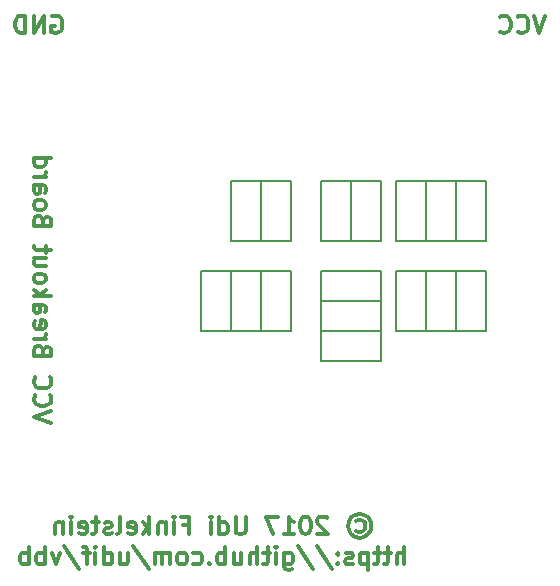
<source format=gbo>
G04 #@! TF.GenerationSoftware,KiCad,Pcbnew,(2017-04-12 revision 02abf1804)-makepkg*
G04 #@! TF.CreationDate,2017-04-21T09:09:19+03:00*
G04 #@! TF.ProjectId,vbb,7662622E6B696361645F706362000000,rev?*
G04 #@! TF.FileFunction,Legend,Bot*
G04 #@! TF.FilePolarity,Positive*
%FSLAX46Y46*%
G04 Gerber Fmt 4.6, Leading zero omitted, Abs format (unit mm)*
G04 Created by KiCad (PCBNEW (2017-04-12 revision 02abf1804)-makepkg) date 04/21/17 09:09:19*
%MOMM*%
%LPD*%
G01*
G04 APERTURE LIST*
%ADD10C,0.100000*%
%ADD11C,0.300000*%
%ADD12C,0.200000*%
G04 APERTURE END LIST*
D10*
D11*
X3936857Y48248000D02*
X4079714Y48319429D01*
X4294000Y48319429D01*
X4508285Y48248000D01*
X4651142Y48105143D01*
X4722571Y47962286D01*
X4794000Y47676572D01*
X4794000Y47462286D01*
X4722571Y47176572D01*
X4651142Y47033715D01*
X4508285Y46890858D01*
X4294000Y46819429D01*
X4151142Y46819429D01*
X3936857Y46890858D01*
X3865428Y46962286D01*
X3865428Y47462286D01*
X4151142Y47462286D01*
X3222571Y46819429D02*
X3222571Y48319429D01*
X2365428Y46819429D01*
X2365428Y48319429D01*
X1651142Y46819429D02*
X1651142Y48319429D01*
X1294000Y48319429D01*
X1079714Y48248000D01*
X936857Y48105143D01*
X865428Y47962286D01*
X794000Y47676572D01*
X794000Y47462286D01*
X865428Y47176572D01*
X936857Y47033715D01*
X1079714Y46890858D01*
X1294000Y46819429D01*
X1651142Y46819429D01*
X45688000Y48319429D02*
X45188000Y46819429D01*
X44688000Y48319429D01*
X43330857Y46962286D02*
X43402285Y46890858D01*
X43616571Y46819429D01*
X43759428Y46819429D01*
X43973714Y46890858D01*
X44116571Y47033715D01*
X44188000Y47176572D01*
X44259428Y47462286D01*
X44259428Y47676572D01*
X44188000Y47962286D01*
X44116571Y48105143D01*
X43973714Y48248000D01*
X43759428Y48319429D01*
X43616571Y48319429D01*
X43402285Y48248000D01*
X43330857Y48176572D01*
X41830857Y46962286D02*
X41902285Y46890858D01*
X42116571Y46819429D01*
X42259428Y46819429D01*
X42473714Y46890858D01*
X42616571Y47033715D01*
X42688000Y47176572D01*
X42759428Y47462286D01*
X42759428Y47676572D01*
X42688000Y47962286D01*
X42616571Y48105143D01*
X42473714Y48248000D01*
X42259428Y48319429D01*
X42116571Y48319429D01*
X41902285Y48248000D01*
X41830857Y48176572D01*
D12*
X38100000Y29210000D02*
X38100000Y29210000D01*
X38100000Y34290000D02*
X38100000Y29210000D01*
X35560000Y29210000D02*
X35560000Y29210000D01*
X35560000Y34290000D02*
X35560000Y29210000D01*
X33020000Y34290000D02*
X33020000Y34290000D01*
X33020000Y29210000D02*
X33020000Y34290000D01*
X40640000Y29210000D02*
X33020000Y29210000D01*
X40640000Y34290000D02*
X40640000Y29210000D01*
X33020000Y34290000D02*
X40640000Y34290000D01*
X38100000Y21590000D02*
X38100000Y21590000D01*
X38100000Y26670000D02*
X38100000Y21590000D01*
X35560000Y21590000D02*
X35560000Y21590000D01*
X35560000Y26670000D02*
X35560000Y21590000D01*
X33020000Y26670000D02*
X33020000Y26670000D01*
X33020000Y21590000D02*
X33020000Y26670000D01*
X40640000Y21590000D02*
X33020000Y21590000D01*
X40640000Y26670000D02*
X40640000Y21590000D01*
X33020000Y26670000D02*
X40640000Y26670000D01*
X26670000Y21590000D02*
X26670000Y21590000D01*
X31750000Y21590000D02*
X26670000Y21590000D01*
X31750000Y24130000D02*
X31750000Y24130000D01*
X26670000Y24130000D02*
X31750000Y24130000D01*
X26670000Y26670000D02*
X26670000Y26670000D01*
X26670000Y19050000D02*
X26670000Y26670000D01*
X31750000Y19050000D02*
X26670000Y19050000D01*
X31750000Y26670000D02*
X31750000Y19050000D01*
X26670000Y26670000D02*
X31750000Y26670000D01*
X29210000Y29210000D02*
X29210000Y29210000D01*
X29210000Y34290000D02*
X29210000Y29210000D01*
X26670000Y34290000D02*
X29210000Y34290000D01*
X26670000Y34290000D02*
X26670000Y34290000D01*
X26670000Y29210000D02*
X26670000Y34290000D01*
X31750000Y29210000D02*
X26670000Y29210000D01*
X31750000Y34290000D02*
X31750000Y29210000D01*
X26670000Y34290000D02*
X31750000Y34290000D01*
X21590000Y29210000D02*
X21590000Y29210000D01*
X21590000Y34290000D02*
X21590000Y29210000D01*
X19050000Y34290000D02*
X19050000Y34290000D01*
X19050000Y29210000D02*
X19050000Y34290000D01*
X24130000Y29210000D02*
X19050000Y29210000D01*
X24130000Y34290000D02*
X24130000Y29210000D01*
X19050000Y34290000D02*
X24130000Y34290000D01*
X21590000Y21590000D02*
X21590000Y21590000D01*
X21590000Y26670000D02*
X21590000Y21590000D01*
X19050000Y21590000D02*
X19050000Y21590000D01*
X19050000Y26670000D02*
X19050000Y21590000D01*
X16510000Y26670000D02*
X16510000Y26670000D01*
X24130000Y26670000D02*
X16510000Y26670000D01*
X24130000Y21590000D02*
X24130000Y26670000D01*
X16510000Y21590000D02*
X24130000Y21590000D01*
X16510000Y26670000D02*
X16510000Y21590000D01*
X16510000Y26670000D02*
X16510000Y26670000D01*
D11*
X29668857Y5549286D02*
X29811714Y5620715D01*
X30097428Y5620715D01*
X30240285Y5549286D01*
X30383142Y5406429D01*
X30454571Y5263572D01*
X30454571Y4977858D01*
X30383142Y4835000D01*
X30240285Y4692143D01*
X30097428Y4620715D01*
X29811714Y4620715D01*
X29668857Y4692143D01*
X29954571Y6120715D02*
X30311714Y6049286D01*
X30668857Y5835000D01*
X30883142Y5477858D01*
X30954571Y5120715D01*
X30883142Y4763572D01*
X30668857Y4406429D01*
X30311714Y4192143D01*
X29954571Y4120715D01*
X29597428Y4192143D01*
X29240285Y4406429D01*
X29026000Y4763572D01*
X28954571Y5120715D01*
X29026000Y5477858D01*
X29240285Y5835000D01*
X29597428Y6049286D01*
X29954571Y6120715D01*
X27240285Y5763572D02*
X27168857Y5835000D01*
X27026000Y5906429D01*
X26668857Y5906429D01*
X26526000Y5835000D01*
X26454571Y5763572D01*
X26383142Y5620715D01*
X26383142Y5477858D01*
X26454571Y5263572D01*
X27311714Y4406429D01*
X26383142Y4406429D01*
X25454571Y5906429D02*
X25311714Y5906429D01*
X25168857Y5835000D01*
X25097428Y5763572D01*
X25026000Y5620715D01*
X24954571Y5335000D01*
X24954571Y4977858D01*
X25026000Y4692143D01*
X25097428Y4549286D01*
X25168857Y4477858D01*
X25311714Y4406429D01*
X25454571Y4406429D01*
X25597428Y4477858D01*
X25668857Y4549286D01*
X25740285Y4692143D01*
X25811714Y4977858D01*
X25811714Y5335000D01*
X25740285Y5620715D01*
X25668857Y5763572D01*
X25597428Y5835000D01*
X25454571Y5906429D01*
X23526000Y4406429D02*
X24383142Y4406429D01*
X23954571Y4406429D02*
X23954571Y5906429D01*
X24097428Y5692143D01*
X24240285Y5549286D01*
X24383142Y5477858D01*
X23026000Y5906429D02*
X22026000Y5906429D01*
X22668857Y4406429D01*
X20311714Y5906429D02*
X20311714Y4692143D01*
X20240285Y4549286D01*
X20168857Y4477858D01*
X20026000Y4406429D01*
X19740285Y4406429D01*
X19597428Y4477858D01*
X19526000Y4549286D01*
X19454571Y4692143D01*
X19454571Y5906429D01*
X18097428Y4406429D02*
X18097428Y5906429D01*
X18097428Y4477858D02*
X18240285Y4406429D01*
X18526000Y4406429D01*
X18668857Y4477858D01*
X18740285Y4549286D01*
X18811714Y4692143D01*
X18811714Y5120715D01*
X18740285Y5263572D01*
X18668857Y5335000D01*
X18526000Y5406429D01*
X18240285Y5406429D01*
X18097428Y5335000D01*
X17383142Y4406429D02*
X17383142Y5406429D01*
X17383142Y5906429D02*
X17454571Y5835000D01*
X17383142Y5763572D01*
X17311714Y5835000D01*
X17383142Y5906429D01*
X17383142Y5763572D01*
X15026000Y5192143D02*
X15526000Y5192143D01*
X15526000Y4406429D02*
X15526000Y5906429D01*
X14811714Y5906429D01*
X14240285Y4406429D02*
X14240285Y5406429D01*
X14240285Y5906429D02*
X14311714Y5835000D01*
X14240285Y5763572D01*
X14168857Y5835000D01*
X14240285Y5906429D01*
X14240285Y5763572D01*
X13526000Y5406429D02*
X13526000Y4406429D01*
X13526000Y5263572D02*
X13454571Y5335000D01*
X13311714Y5406429D01*
X13097428Y5406429D01*
X12954571Y5335000D01*
X12883142Y5192143D01*
X12883142Y4406429D01*
X12168857Y4406429D02*
X12168857Y5906429D01*
X12026000Y4977858D02*
X11597428Y4406429D01*
X11597428Y5406429D02*
X12168857Y4835000D01*
X10383142Y4477858D02*
X10526000Y4406429D01*
X10811714Y4406429D01*
X10954571Y4477858D01*
X11026000Y4620715D01*
X11026000Y5192143D01*
X10954571Y5335000D01*
X10811714Y5406429D01*
X10526000Y5406429D01*
X10383142Y5335000D01*
X10311714Y5192143D01*
X10311714Y5049286D01*
X11026000Y4906429D01*
X9454571Y4406429D02*
X9597428Y4477858D01*
X9668857Y4620715D01*
X9668857Y5906429D01*
X8954571Y4477858D02*
X8811714Y4406429D01*
X8526000Y4406429D01*
X8383142Y4477858D01*
X8311714Y4620715D01*
X8311714Y4692143D01*
X8383142Y4835000D01*
X8526000Y4906429D01*
X8740285Y4906429D01*
X8883142Y4977858D01*
X8954571Y5120715D01*
X8954571Y5192143D01*
X8883142Y5335000D01*
X8740285Y5406429D01*
X8526000Y5406429D01*
X8383142Y5335000D01*
X7883142Y5406429D02*
X7311714Y5406429D01*
X7668857Y5906429D02*
X7668857Y4620715D01*
X7597428Y4477858D01*
X7454571Y4406429D01*
X7311714Y4406429D01*
X6240285Y4477858D02*
X6383142Y4406429D01*
X6668857Y4406429D01*
X6811714Y4477858D01*
X6883142Y4620715D01*
X6883142Y5192143D01*
X6811714Y5335000D01*
X6668857Y5406429D01*
X6383142Y5406429D01*
X6240285Y5335000D01*
X6168857Y5192143D01*
X6168857Y5049286D01*
X6883142Y4906429D01*
X5526000Y4406429D02*
X5526000Y5406429D01*
X5526000Y5906429D02*
X5597428Y5835000D01*
X5526000Y5763572D01*
X5454571Y5835000D01*
X5526000Y5906429D01*
X5526000Y5763572D01*
X4811714Y5406429D02*
X4811714Y4406429D01*
X4811714Y5263572D02*
X4740285Y5335000D01*
X4597428Y5406429D01*
X4383142Y5406429D01*
X4240285Y5335000D01*
X4168857Y5192143D01*
X4168857Y4406429D01*
X33740285Y1856429D02*
X33740285Y3356429D01*
X33097428Y1856429D02*
X33097428Y2642143D01*
X33168857Y2785000D01*
X33311714Y2856429D01*
X33526000Y2856429D01*
X33668857Y2785000D01*
X33740285Y2713572D01*
X32597428Y2856429D02*
X32026000Y2856429D01*
X32383142Y3356429D02*
X32383142Y2070715D01*
X32311714Y1927858D01*
X32168857Y1856429D01*
X32026000Y1856429D01*
X31740285Y2856429D02*
X31168857Y2856429D01*
X31526000Y3356429D02*
X31526000Y2070715D01*
X31454571Y1927858D01*
X31311714Y1856429D01*
X31168857Y1856429D01*
X30668857Y2856429D02*
X30668857Y1356429D01*
X30668857Y2785000D02*
X30526000Y2856429D01*
X30240285Y2856429D01*
X30097428Y2785000D01*
X30026000Y2713572D01*
X29954571Y2570715D01*
X29954571Y2142143D01*
X30026000Y1999286D01*
X30097428Y1927858D01*
X30240285Y1856429D01*
X30526000Y1856429D01*
X30668857Y1927858D01*
X29383142Y1927858D02*
X29240285Y1856429D01*
X28954571Y1856429D01*
X28811714Y1927858D01*
X28740285Y2070715D01*
X28740285Y2142143D01*
X28811714Y2285000D01*
X28954571Y2356429D01*
X29168857Y2356429D01*
X29311714Y2427858D01*
X29383142Y2570715D01*
X29383142Y2642143D01*
X29311714Y2785000D01*
X29168857Y2856429D01*
X28954571Y2856429D01*
X28811714Y2785000D01*
X28097428Y1999286D02*
X28026000Y1927858D01*
X28097428Y1856429D01*
X28168857Y1927858D01*
X28097428Y1999286D01*
X28097428Y1856429D01*
X28097428Y2785000D02*
X28026000Y2713572D01*
X28097428Y2642143D01*
X28168857Y2713572D01*
X28097428Y2785000D01*
X28097428Y2642143D01*
X26311714Y3427858D02*
X27597428Y1499286D01*
X24740285Y3427858D02*
X26026000Y1499286D01*
X23597428Y2856429D02*
X23597428Y1642143D01*
X23668857Y1499286D01*
X23740285Y1427858D01*
X23883142Y1356429D01*
X24097428Y1356429D01*
X24240285Y1427858D01*
X23597428Y1927858D02*
X23740285Y1856429D01*
X24026000Y1856429D01*
X24168857Y1927858D01*
X24240285Y1999286D01*
X24311714Y2142143D01*
X24311714Y2570715D01*
X24240285Y2713572D01*
X24168857Y2785000D01*
X24026000Y2856429D01*
X23740285Y2856429D01*
X23597428Y2785000D01*
X22883142Y1856429D02*
X22883142Y2856429D01*
X22883142Y3356429D02*
X22954571Y3285000D01*
X22883142Y3213572D01*
X22811714Y3285000D01*
X22883142Y3356429D01*
X22883142Y3213572D01*
X22383142Y2856429D02*
X21811714Y2856429D01*
X22168857Y3356429D02*
X22168857Y2070715D01*
X22097428Y1927858D01*
X21954571Y1856429D01*
X21811714Y1856429D01*
X21311714Y1856429D02*
X21311714Y3356429D01*
X20668857Y1856429D02*
X20668857Y2642143D01*
X20740285Y2785000D01*
X20883142Y2856429D01*
X21097428Y2856429D01*
X21240285Y2785000D01*
X21311714Y2713572D01*
X19311714Y2856429D02*
X19311714Y1856429D01*
X19954571Y2856429D02*
X19954571Y2070715D01*
X19883142Y1927858D01*
X19740285Y1856429D01*
X19526000Y1856429D01*
X19383142Y1927858D01*
X19311714Y1999286D01*
X18597428Y1856429D02*
X18597428Y3356429D01*
X18597428Y2785000D02*
X18454571Y2856429D01*
X18168857Y2856429D01*
X18026000Y2785000D01*
X17954571Y2713572D01*
X17883142Y2570715D01*
X17883142Y2142143D01*
X17954571Y1999286D01*
X18026000Y1927858D01*
X18168857Y1856429D01*
X18454571Y1856429D01*
X18597428Y1927858D01*
X17240285Y1999286D02*
X17168857Y1927858D01*
X17240285Y1856429D01*
X17311714Y1927858D01*
X17240285Y1999286D01*
X17240285Y1856429D01*
X15883142Y1927858D02*
X16026000Y1856429D01*
X16311714Y1856429D01*
X16454571Y1927858D01*
X16526000Y1999286D01*
X16597428Y2142143D01*
X16597428Y2570715D01*
X16526000Y2713572D01*
X16454571Y2785000D01*
X16311714Y2856429D01*
X16026000Y2856429D01*
X15883142Y2785000D01*
X15026000Y1856429D02*
X15168857Y1927858D01*
X15240285Y1999286D01*
X15311714Y2142143D01*
X15311714Y2570715D01*
X15240285Y2713572D01*
X15168857Y2785000D01*
X15026000Y2856429D01*
X14811714Y2856429D01*
X14668857Y2785000D01*
X14597428Y2713572D01*
X14526000Y2570715D01*
X14526000Y2142143D01*
X14597428Y1999286D01*
X14668857Y1927858D01*
X14811714Y1856429D01*
X15026000Y1856429D01*
X13883142Y1856429D02*
X13883142Y2856429D01*
X13883142Y2713572D02*
X13811714Y2785000D01*
X13668857Y2856429D01*
X13454571Y2856429D01*
X13311714Y2785000D01*
X13240285Y2642143D01*
X13240285Y1856429D01*
X13240285Y2642143D02*
X13168857Y2785000D01*
X13026000Y2856429D01*
X12811714Y2856429D01*
X12668857Y2785000D01*
X12597428Y2642143D01*
X12597428Y1856429D01*
X10811714Y3427858D02*
X12097428Y1499286D01*
X9668857Y2856429D02*
X9668857Y1856429D01*
X10311714Y2856429D02*
X10311714Y2070715D01*
X10240285Y1927858D01*
X10097428Y1856429D01*
X9883142Y1856429D01*
X9740285Y1927858D01*
X9668857Y1999286D01*
X8311714Y1856429D02*
X8311714Y3356429D01*
X8311714Y1927858D02*
X8454571Y1856429D01*
X8740285Y1856429D01*
X8883142Y1927858D01*
X8954571Y1999286D01*
X9026000Y2142143D01*
X9026000Y2570715D01*
X8954571Y2713572D01*
X8883142Y2785000D01*
X8740285Y2856429D01*
X8454571Y2856429D01*
X8311714Y2785000D01*
X7597428Y1856429D02*
X7597428Y2856429D01*
X7597428Y3356429D02*
X7668857Y3285000D01*
X7597428Y3213572D01*
X7526000Y3285000D01*
X7597428Y3356429D01*
X7597428Y3213572D01*
X7097428Y2856429D02*
X6526000Y2856429D01*
X6883142Y1856429D02*
X6883142Y3142143D01*
X6811714Y3285000D01*
X6668857Y3356429D01*
X6526000Y3356429D01*
X4954571Y3427858D02*
X6240285Y1499286D01*
X4597428Y2856429D02*
X4240285Y1856429D01*
X3883142Y2856429D01*
X3311714Y1856429D02*
X3311714Y3356429D01*
X3311714Y2785000D02*
X3168857Y2856429D01*
X2883142Y2856429D01*
X2740285Y2785000D01*
X2668857Y2713572D01*
X2597428Y2570715D01*
X2597428Y2142143D01*
X2668857Y1999286D01*
X2740285Y1927858D01*
X2883142Y1856429D01*
X3168857Y1856429D01*
X3311714Y1927858D01*
X1954571Y1856429D02*
X1954571Y3356429D01*
X1954571Y2785000D02*
X1811714Y2856429D01*
X1526000Y2856429D01*
X1383142Y2785000D01*
X1311714Y2713572D01*
X1240285Y2570715D01*
X1240285Y2142143D01*
X1311714Y1999286D01*
X1383142Y1927858D01*
X1526000Y1856429D01*
X1811714Y1856429D01*
X1954571Y1927858D01*
X3869428Y13824572D02*
X2369428Y14324572D01*
X3869428Y14824572D01*
X2512285Y16181715D02*
X2440857Y16110286D01*
X2369428Y15896000D01*
X2369428Y15753143D01*
X2440857Y15538858D01*
X2583714Y15396000D01*
X2726571Y15324572D01*
X3012285Y15253143D01*
X3226571Y15253143D01*
X3512285Y15324572D01*
X3655142Y15396000D01*
X3798000Y15538858D01*
X3869428Y15753143D01*
X3869428Y15896000D01*
X3798000Y16110286D01*
X3726571Y16181715D01*
X2512285Y17681715D02*
X2440857Y17610286D01*
X2369428Y17396000D01*
X2369428Y17253143D01*
X2440857Y17038858D01*
X2583714Y16896000D01*
X2726571Y16824572D01*
X3012285Y16753143D01*
X3226571Y16753143D01*
X3512285Y16824572D01*
X3655142Y16896000D01*
X3798000Y17038858D01*
X3869428Y17253143D01*
X3869428Y17396000D01*
X3798000Y17610286D01*
X3726571Y17681715D01*
X3155142Y19967429D02*
X3083714Y20181715D01*
X3012285Y20253143D01*
X2869428Y20324572D01*
X2655142Y20324572D01*
X2512285Y20253143D01*
X2440857Y20181715D01*
X2369428Y20038858D01*
X2369428Y19467429D01*
X3869428Y19467429D01*
X3869428Y19967429D01*
X3798000Y20110286D01*
X3726571Y20181715D01*
X3583714Y20253143D01*
X3440857Y20253143D01*
X3298000Y20181715D01*
X3226571Y20110286D01*
X3155142Y19967429D01*
X3155142Y19467429D01*
X2369428Y20967429D02*
X3369428Y20967429D01*
X3083714Y20967429D02*
X3226571Y21038858D01*
X3298000Y21110286D01*
X3369428Y21253143D01*
X3369428Y21396000D01*
X2440857Y22467429D02*
X2369428Y22324572D01*
X2369428Y22038858D01*
X2440857Y21896000D01*
X2583714Y21824572D01*
X3155142Y21824572D01*
X3298000Y21896000D01*
X3369428Y22038858D01*
X3369428Y22324572D01*
X3298000Y22467429D01*
X3155142Y22538858D01*
X3012285Y22538858D01*
X2869428Y21824572D01*
X2369428Y23824572D02*
X3155142Y23824572D01*
X3298000Y23753143D01*
X3369428Y23610286D01*
X3369428Y23324572D01*
X3298000Y23181715D01*
X2440857Y23824572D02*
X2369428Y23681715D01*
X2369428Y23324572D01*
X2440857Y23181715D01*
X2583714Y23110286D01*
X2726571Y23110286D01*
X2869428Y23181715D01*
X2940857Y23324572D01*
X2940857Y23681715D01*
X3012285Y23824572D01*
X2369428Y24538858D02*
X3869428Y24538858D01*
X2940857Y24681715D02*
X2369428Y25110286D01*
X3369428Y25110286D02*
X2798000Y24538858D01*
X2369428Y25967429D02*
X2440857Y25824572D01*
X2512285Y25753143D01*
X2655142Y25681715D01*
X3083714Y25681715D01*
X3226571Y25753143D01*
X3298000Y25824572D01*
X3369428Y25967429D01*
X3369428Y26181715D01*
X3298000Y26324572D01*
X3226571Y26396000D01*
X3083714Y26467429D01*
X2655142Y26467429D01*
X2512285Y26396000D01*
X2440857Y26324572D01*
X2369428Y26181715D01*
X2369428Y25967429D01*
X3369428Y27753143D02*
X2369428Y27753143D01*
X3369428Y27110286D02*
X2583714Y27110286D01*
X2440857Y27181715D01*
X2369428Y27324572D01*
X2369428Y27538858D01*
X2440857Y27681715D01*
X2512285Y27753143D01*
X3369428Y28253143D02*
X3369428Y28824572D01*
X3869428Y28467429D02*
X2583714Y28467429D01*
X2440857Y28538858D01*
X2369428Y28681715D01*
X2369428Y28824572D01*
X3155142Y30967429D02*
X3083714Y31181715D01*
X3012285Y31253143D01*
X2869428Y31324572D01*
X2655142Y31324572D01*
X2512285Y31253143D01*
X2440857Y31181715D01*
X2369428Y31038858D01*
X2369428Y30467429D01*
X3869428Y30467429D01*
X3869428Y30967429D01*
X3798000Y31110286D01*
X3726571Y31181715D01*
X3583714Y31253143D01*
X3440857Y31253143D01*
X3298000Y31181715D01*
X3226571Y31110286D01*
X3155142Y30967429D01*
X3155142Y30467429D01*
X2369428Y32181715D02*
X2440857Y32038858D01*
X2512285Y31967429D01*
X2655142Y31896000D01*
X3083714Y31896000D01*
X3226571Y31967429D01*
X3298000Y32038858D01*
X3369428Y32181715D01*
X3369428Y32396000D01*
X3298000Y32538858D01*
X3226571Y32610286D01*
X3083714Y32681715D01*
X2655142Y32681715D01*
X2512285Y32610286D01*
X2440857Y32538858D01*
X2369428Y32396000D01*
X2369428Y32181715D01*
X2369428Y33967429D02*
X3155142Y33967429D01*
X3298000Y33896000D01*
X3369428Y33753143D01*
X3369428Y33467429D01*
X3298000Y33324572D01*
X2440857Y33967429D02*
X2369428Y33824572D01*
X2369428Y33467429D01*
X2440857Y33324572D01*
X2583714Y33253143D01*
X2726571Y33253143D01*
X2869428Y33324572D01*
X2940857Y33467429D01*
X2940857Y33824572D01*
X3012285Y33967429D01*
X2369428Y34681715D02*
X3369428Y34681715D01*
X3083714Y34681715D02*
X3226571Y34753143D01*
X3298000Y34824572D01*
X3369428Y34967429D01*
X3369428Y35110286D01*
X2369428Y36253143D02*
X3869428Y36253143D01*
X2440857Y36253143D02*
X2369428Y36110286D01*
X2369428Y35824572D01*
X2440857Y35681715D01*
X2512285Y35610286D01*
X2655142Y35538858D01*
X3083714Y35538858D01*
X3226571Y35610286D01*
X3298000Y35681715D01*
X3369428Y35824572D01*
X3369428Y36110286D01*
X3298000Y36253143D01*
M02*

</source>
